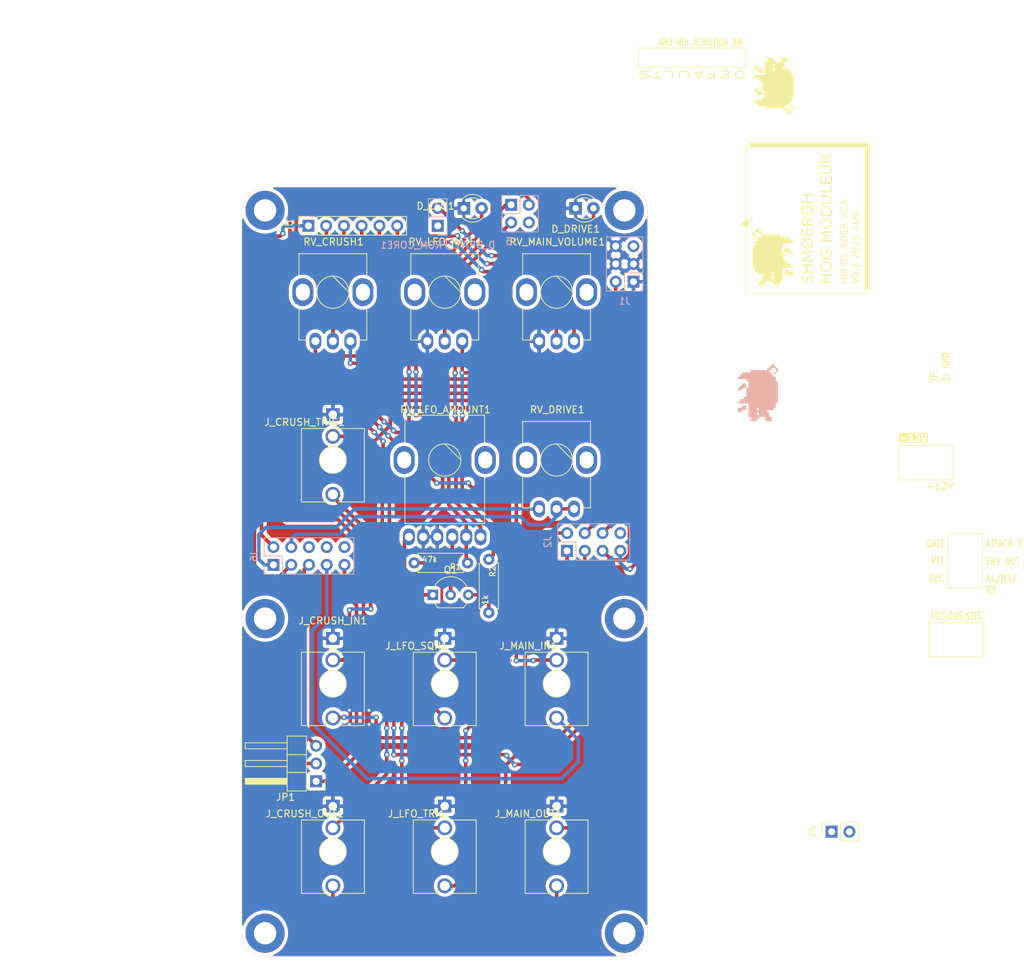
<source format=kicad_pcb>
(kicad_pcb (version 20241229) (generator "pcbnew") (generator_version "9.0")
  (layers (0 "F.Cu" signal) (2 "B.Cu" signal) (13 "F.Paste" user) (15 "B.Paste" user) (5 "F.SilkS" user "F.Silkscreen") (7 "B.SilkS" user "B.Silkscreen") (1 "F.Mask" user) (3 "B.Mask" user) (25 "Edge.Cuts" user))
  (net 0 "")
  (net 1 "DRIVE_LED_P")
  (net 2 "+12V")
  (net 3 "GND")
  (net 4 "-12V")
  (net 5 "Net-(D_LFO1-A)")
  (net 6 "RV_CRUSH_2")
  (net 7 "RV_CRUSH_1")
  (net 8 "CRUSH_OUT")
  (net 9 "CRUSH_IN")
  (net 10 "CRUSH_TRIG_DEFAULT")
  (net 12 "CRUSH_TRIG")
  (net 13 "RV_CRUSH_3")
  (net 14 "LFO_TRI")
  (net 15 "LFO_SQR")
  (net 16 "LFO_RATE")
  (net 18 "OUTPUT_OUT_DEFAULT")
  (net 19 "CRUSH_IN_DEFAULT")
  (net 20 "CRUSH_OUT_DEFAULT")
  (net 21 "LFO_SQR_DEFAULT")
  (net 22 "LFO_TRI_DEFAULT")
  (net 23 "OUTPUT_IN_DEFAULT")
  (net 24 "OUTPUT_LINE_OUT")
  (net 25 "OUTPUT_IN")
  (net 26 "OUTPUT_DRIVE_3")
  (net 27 "OUTPUT_DRIVE_1")
  (net 28 "OUTPUT_VOL_3")
  (net 30 "OUTPUT_PHONES_OUT")
  (net 31 "OUTPUT_VOL_2")
  (net 34 "OUTPUT_OUT")
  (net 35 "Net-(J_LFO_SQR1-PadT)")
  (net 36 "Net-(J_LFO_TRI1-PadT)")
  (net 37 "Net-(Q1-B)")
  (net 38 "Net-(Q1-C)")
  (footprint "Shmoergh_Custom_Footprints:Jack_3.5mm_QingPu_WQP-PJ398SM_Vertical_CircularHoles" (layer "F.Cu") (at 153 139)
    (property "Reference" "J_LFO_TRI1")
    (property "Value" "PJ398SM")
  )
  (footprint "MountingHole:MountingHole_3.2mm_M3_DIN965_Pad" (layer "F.Cu") (at 178.7 105.7)
    (property "Reference" "H6")
    (property "Value" "MountingHole")
  )
  (footprint "Shmoergh_Custom_Footprints:Potentiometer_Bourns_Single-PTV09A" (layer "F.Cu") (at 153 59)
    (property "Reference" "RV_LFO_RATE1")
    (property "Value" "A100k")
  )
  (footprint "Package_TO_SOT_THT:TO-92_Inline_Wide" (layer "F.Cu") (at 151.305 102.293)
    (property "Reference" "Q1")
    (property "Value" "2N3904")
  )
  (footprint "Shmoergh_Custom_Footprints:Jack_3.5mm_QingPu_WQP-PJ398SM_Vertical_CircularHoles" (layer "F.Cu") (at 137 139)
    (property "Reference" "J_CRUSH_OUT1")
    (property "Value" "PJ398SM")
  )
  (footprint "LED_THT:LED_D3.0mm" (layer "F.Cu") (at 171.73 47)
    (property "Reference" "D_DRIVE1")
    (property "Value" "Red LED")
  )
  (footprint "Connector_PinSocket_2.54mm:PinSocket_1x06_P2.54mm_Vertical" (layer "F.Cu") (at 133.5 49.5 90)
    (property "Reference" "J5")
    (property "Value" "Conn_01x06")
  )
  (footprint "Shmoergh_Logo:Gyeszno" (layer "F.Cu") (at 199.946 53.906 90)
    (property "Reference" "G***" (hide yes))
    (property "Value" "LOGO" (hide yes))
  )
  (footprint "Shmoergh_Custom_Footprints:Potentiometer_Bourns_Single-PTV09A" (layer "F.Cu") (at 137 59)
    (property "Reference" "RV_CRUSH1")
    (property "Value" "1M")
  )
  (footprint "Shmoergh_Custom_Footprints:Potentiometer_Bourns_Single-PTV09A" (layer "F.Cu") (at 169 59)
    (property "Reference" "RV_MAIN_VOLUME1")
    (property "Value" "A10k")
  )
  (footprint "MountingHole:MountingHole_3.2mm_M3_DIN965_Pad" (layer "F.Cu") (at 178.7 47.3)
    (property "Reference" "H2")
    (property "Value" "MountingHole")
  )
  (footprint "Shmoergh_Custom_Footprints:Potentiometer_Bourns_Dual-PTV112-4" (layer "F.Cu") (at 153 83)
    (property "Reference" "RV_LFO_AMOUNT1")
    (property "Value" "A20k")
  )
  (footprint "MountingHole:MountingHole_3.2mm_M3_DIN965_Pad" (layer "F.Cu") (at 178.7 150.7)
    (property "Reference" "H3")
    (property "Value" "MountingHole")
  )
  (footprint "Shmoergh_Custom_Footprints:Potentiometer_Bourns_Single-PTV09A" (layer "F.Cu") (at 169 83)
    (property "Reference" "RV_DRIVE1")
    (property "Value" "100k")
  )
  (footprint "Shmoergh_Custom_Footprints:Jack_3.5mm_QingPu_WQP-PJ398SM_Vertical_CircularHoles" (layer "F.Cu") (at 169 139)
    (property "Reference" "J_MAIN_OUT1")
    (property "Value" "PJ398SM")
  )
  (footprint "Connector_PinHeader_2.54mm:PinHeader_1x03_P2.54mm_Horizontal" (layer "F.Cu") (at 134.608 128.963 180)
    (property "Reference" "JP1")
    (property "Value" "Jumper_3_Open")
  )
  (footprint "MountingHole:MountingHole_3.2mm_M3_DIN965_Pad" (layer "F.Cu") (at 127.3 47.3)
    (property "Reference" "H1")
    (property "Value" "MountingHole")
  )
  (footprint "MountingHole:MountingHole_3.2mm_M3_DIN965_Pad" (layer "F.Cu") (at 127.3 150.7)
    (property "Reference" "H4")
    (property "Value" "MountingHole")
  )
  (footprint "Shmoergh_Custom_Footprints:R_Axial_DIN0207_L6.3mm_D2.5mm_P7.62mm_Horizontal" (layer "F.Cu") (at 159.306 97.213 -90)
    (property "Reference" "R2")
    (property "Value" "1k")
  )
  (footprint "Shmoergh_Custom_Footprints:Jack_3.5mm_QingPu_WQP-PJ398SM_Vertical_CircularHoles" (layer "F.Cu") (at 137 115)
    (property "Reference" "J_CRUSH_IN1")
    (property "Value" "PJ398SM")
  )
  (footprint "Shmoergh_Logo:Gyeszno" (layer "F.Cu") (at 200.073 29.522 -90)
    (property "Reference" "G***" (hide yes))
    (property "Value" "LOGO" (hide yes))
  )
  (footprint "LED_THT:LED_D3.0mm" (layer "F.Cu") (at 155.73 47)
    (property "Reference" "D_LFO1")
    (property "Value" "Red LED")
  )
  (footprint "Connector_PinSocket_2.54mm:PinSocket_1x02_P2.54mm_Vertical" (layer "F.Cu") (at 208.348 136.177 90)
    (property "Reference" "J4")
    (property "Value" "Conn_01x02")
  )
  (footprint "Shmoergh_Custom_Footprints:Jack_3.5mm_QingPu_WQP-PJ398SM_Vertical_CircularHoles" (layer "F.Cu") (at 137 83)
    (property "Reference" "J_CRUSH_TRIG1")
    (property "Value" "PJ398SM")
  )
  (footprint "Shmoergh_Custom_Footprints:R_Axial_DIN0207_L6.3mm_D2.5mm_P7.62mm_Horizontal" (layer "F.Cu") (at 156.258 97.721 180)
    (property "Reference" "R1")
    (property "Value" "47k")
  )
  (footprint "MountingHole:MountingHole_3.2mm_M3_DIN965_Pad" (layer "F.Cu") (at 127.3 105.7)
    (property "Reference" "H5")
    (property "Value" "MountingHole")
  )
  (footprint "Shmoergh_Custom_Footprints:Jack_3.5mm_QingPu_WQP-PJ398SM_Vertical_CircularHoles" (layer "F.Cu") (at 169 115)
    (property "Reference" "J_MAIN_IN1")
    (property "Value" "PJ398SM")
  )
  (footprint "Shmoergh_Custom_Footprints:Jack_3.5mm_QingPu_WQP-PJ398SM_Vertical_CircularHoles" (layer "F.Cu") (at 153 115)
    (property "Reference" "J_LFO_SQR1")
    (property "Value" "PJ398SM")
  )
  (footprint "Connector_PinSocket_2.54mm:PinSocket_1x02_P2.54mm_Vertical" (layer "B.Cu") (at 152 49.5)
    (property "Reference" "D_DRIVE_FROM_CORE1")
    (property "Value" "Red LED")
  )
  (footprint "Connector_PinSocket_2.54mm:PinSocket_2x04_P2.54mm_Vertical" (layer "B.Cu") (at 170.5 96 -90)
    (property "Reference" "J2")
    (property "Value" "Conn_02x04_Odd_Even")
  )
  (footprint "Connector_PinSocket_2.54mm:PinSocket_2x05_P2.54mm_Vertical" (layer "B.Cu") (at 128.5 98 -90)
    (property "Reference" "J6")
    (property "Value" "Conn_02x05_Odd_Even")
  )
  (footprint "Shmoergh_Logo:Gyeszno" (layer "B.Cu") (at 197.787 73.337 90)
    (property "Reference" "G***" (hide yes))
    (property "Value" "LOGO" (hide yes))
  )
  (footprint "Connector_PinSocket_2.54mm:PinSocket_2x03_P2.54mm_Vertical" (layer "B.Cu") (at 180 57.5)
    (property "Reference" "J1")
    (property "Value" "Conn_02x03_Odd_Even")
  )
  (footprint "Connector_PinSocket_2.54mm:PinSocket_2x02_P2.54mm_Vertical" (layer "B.Cu") (at 162.5 46.5 180)
    (property "Reference" "J3")
    (property "Value" "Conn_02x02_Odd_Even")
  )
  (gr_rect (start 217.98 80.8935) (end 225.727 85.8465) (stroke (width 0.1)) (fill no) (layer "F.SilkS"))
  (gr_rect (start 213.2175 38.16) (end 213.7085 58.603) (stroke (width 0.1)) (fill yes) (layer "F.SilkS"))
  (gr_line (start 197.0725 48.199) (end 196.0725 49.199) (stroke (width 0.1)) (layer "F.SilkS"))
  (gr_rect (start 224.965 93.53) (end 229.918 101.277) (stroke (width 0.1)) (fill no) (layer "F.SilkS"))
  (gr_rect (start 196.7325 37.66) (end 213.7085 38.16) (stroke (width 0.1)) (fill yes) (layer "F.SilkS"))
  (gr_rect (start 222.2345 106.23) (end 229.9815 111.183) (stroke (width 0.1)) (fill no) (layer "F.SilkS"))
  (gr_rect (start 196.0725 38.2215) (end 213.2175 59.1765) (stroke (width 0.1)) (fill no) (layer "F.SilkS"))
  (gr_rect (start 180.7055 24.061) (end 196.0725 26.855) (stroke (width 0.1)) (fill no) (layer "F.SilkS"))
  (gr_circle (center 196.0725 49.199) (end 195.5725 49.199) (stroke (width 0.1)) (fill yes) (layer "F.SilkS"))
  (gr_line (start 178.7 154) (end 127.3 154) (stroke (width 0.05)) (layer "Edge.Cuts"))
  (gr_arc (start 182 150.7) (mid 181.033452 153.033452) (end 178.7 154) (stroke (width 0.05)) (layer "Edge.Cuts"))
  (gr_line (start 182 47.3) (end 182 150.7) (stroke (width 0.05)) (layer "Edge.Cuts"))
  (gr_line (start 127.3 44) (end 178.7 44) (stroke (width 0.05)) (layer "Edge.Cuts"))
  (gr_line (start 124 150.7) (end 124 47.3) (stroke (width 0.05)) (layer "Edge.Cuts"))
  (gr_arc (start 124 47.3) (mid 124.966548 44.966548) (end 127.3 44) (stroke (width 0.05)) (layer "Edge.Cuts"))
  (gr_arc (start 127.3 154) (mid 124.966548 153.033452) (end 124 150.7) (stroke (width 0.05)) (layer "Edge.Cuts"))
  (gr_arc (start 178.7 44) (mid 181.033452 44.966548) (end 182 47.3) (stroke (width 0.05)) (layer "Edge.Cuts"))
  (gr_text "SHMØERGH \nHOG MODULEUR" (at 208.6455 57.9065 90) (layer "F.SilkS") (effects (font (size 1.6 1.6) (thickness 0.1)) (justify left bottom)))
  (gr_text "ATTACK 3" (at 230.299 95.562 0) (layer "F.SilkS") (effects (font (size 1 0.75) (thickness 0.17) (bold yes)) (justify left bottom)))
  (gr_text "DEFAULTS" (at 188.389 27.236 180) (layer "F.SilkS") (effects (font (size 1 2.2) (thickness 0.17) (bold yes)) (justify bottom)))
  (gr_text "-12V" (at 217.853 80.449 0) (layer "F.SilkS" knockout) (effects (font (size 1 1) (thickness 0.2) (bold yes)) (justify left bottom)))
  (gr_text "REL" (at 224.711 97.975 0) (layer "F.SilkS") (effects (font (size 1 0.75) (thickness 0.17) (bold yes)) (justify right bottom)))
  (gr_text "SU1" (at 223.5045 104.6425 180) (layer "F.SilkS") (effects (font (size 1 0.75) (thickness 0.17) (bold yes)) (justify bottom)))
  (gr_text "VIN" (at 186.992 22.537 180) (layer "F.SilkS") (effects (font (size 1 0.75) (thickness 0.17) (bold yes)) (justify bottom)))
  (gr_text "TP:\n2x GND" (at 225.219 71.94 90) (layer "F.SilkS") (effects (font (size 1 0.75) (thickness 0.17) (bold yes)) (justify left bottom)))
  (gr_text "SU2" (at 226.0445 104.6425 180) (layer "F.SilkS") (effects (font (size 1 0.75) (thickness 0.17) (bold yes)) (justify bottom)))
  (gr_text "+12V" (at 221.663 87.307 0) (layer "F.SilkS") (effects (font (size 1 1) (thickness 0.2) (bold yes)) (justify left bottom)))
  (gr_text "ENV" (at 184.579 22.537 180) (layer "F.SilkS") (effects (font (size 1 0.75) (thickness 0.17) (bold yes)) (justify bottom)))
  (gr_text "ENV OUT" (at 230.299 98.102 0) (layer "F.SilkS") (effects (font (size 1 0.75) (thickness 0.17) (bold yes)) (justify left bottom)))
  (gr_text "DEC" (at 224.584 100.515 0) (layer "F.SilkS") (effects (font (size 1 0.75) (thickness 0.17) (bold yes)) (justify right bottom)))
  (gr_text "SU3" (at 228.7115 104.6425 180) (layer "F.SilkS") (effects (font (size 1 0.75) (thickness 0.17) (bold yes)) (justify bottom)))
  (gr_text "A1/D3/\nR3" (at 230.299 102.166 0) (layer "F.SilkS") (effects (font (size 1 0.75) (thickness 0.17) (bold yes)) (justify left bottom)))
  (gr_text "NC" (at 194.739 22.537 180) (layer "F.SilkS") (effects (font (size 1 0.75) (thickness 0.17) (bold yes)) (justify bottom)))
  (gr_text "GATE" (at 224.711 95.562 0) (layer "F.SilkS") (effects (font (size 1 0.75) (thickness 0.17) (bold yes)) (justify right bottom)))
  (gr_text "VCV" (at 189.659 22.537 180) (layer "F.SilkS") (effects (font (size 1 0.75) (thickness 0.17) (bold yes)) (justify bottom)))
  (gr_text "HM-05 ADSR VCA\nV0.2 2025 AUG" (at 212.4555 57.9065 90) (layer "F.SilkS") (effects (font (size 1 1) (thickness 0.1)) (justify left bottom)))
  (gr_text "VOUT" (at 192.199 22.537 180) (layer "F.SilkS") (effects (font (size 1 0.75) (thickness 0.17) (bold yes)) (justify bottom)))
  (segment (start 162.481 111.691) (end 162.542 111.691) (width 0.2) (layer "F.Cu") (net 0))
  (segment (start 159.56 53.779) (end 159.687 53.779) (width 0.508) (layer "F.Cu") (net 1))
  (segment (start 159.687 53.779) (end 171.117 53.779) (width 0.508) (layer "F.Cu") (net 1))
  (segment (start 152.233 46.96) (end 155.496 50.223) (width 0.508) (layer "F.Cu") (net 1))
  (segment (start 171.117 53.779) (end 174.27 50.626) (width 0.508) (layer "F.Cu") (net 1))
  (segment (start 152 46.96) (end 152.233 46.96) (width 0.508) (layer "F.Cu") (net 1))
  (segment (start 174.27 50.626) (end 174.27 47) (width 0.508) (layer "F.Cu") (net 1))
  (via (at 155.496 50.223) (size 0.8) (drill 0.4) (layers "F.Cu" "B.Cu") (net 1))
  (via (at 159.687 53.779) (size 0.8) (drill 0.4) (layers "F.Cu" "B.Cu") (net 1))
  (segment (start 159.56 53.779) (end 159.052 53.779) (width 0.508) (layer "B.Cu") (net 1))
  (segment (start 159.052 53.779) (end 155.496 50.223) (width 0.508) (layer "B.Cu") (net 1))
  (segment (start 159.941 92.895) (end 159.941 93.657) (width 0.508) (layer "F.Cu") (net 2))
  (segment (start 177.46 66.613) (end 177.46 57.5) (width 0.508) (layer "F.Cu") (net 2))
  (segment (start 155.496 76.639) (end 155.496 88.45) (width 0.508) (layer "F.Cu") (net 2))
  (segment (start 155.5 69.142) (end 155.5 66) (width 0.508) (layer "F.Cu") (net 2))
  (segment (start 155.496 70.543) (end 155.496 69.146) (width 0.508) (layer "F.Cu") (net 2))
  (segment (start 155.496 70.543) (end 173.53 70.543) (width 0.508) (layer "F.Cu") (net 2))
  (segment (start 155.496 69.146) (end 155.5 69.142) (width 0.508) (layer "F.Cu") (net 2))
  (segment (start 159.306 97.213) (end 159.941 96.578) (width 0.508) (layer "F.Cu") (net 2))
  (segment (start 159.941 96.578) (end 159.941 93.657) (width 0.508) (layer "F.Cu") (net 2))
  (segment (start 173.53 70.543) (end 177.46 66.613) (width 0.508) (layer "F.Cu") (net 2))
  (segment (start 155.496 88.45) (end 159.941 92.895) (width 0.508) (layer "F.Cu") (net 2))
  (via (at 155.496 70.543) (size 0.8) (drill 0.4) (layers "F.Cu" "B.Cu") (net 2))
  (via (at 155.496 76.639) (size 0.8) (drill 0.4) (layers "F.Cu" "B.Cu") (net 2))
  (segment (start 155.496 70.543) (end 155.496 76.639) (width 0.508) (layer "B.Cu") (net 2))
  (segment (start 139.494 120.708) (end 139.367 120.835) (width 0.508) (layer "F.Cu") (net 3))
  (segment (start 139.367 118.803) (end 139.494 118.93) (width 0.508) (layer "F.Cu") (net 3))
  (segment (start 139.494 118.93) (end 139.494 120.708) (width 0.508) (layer "F.Cu") (net 3))
  (segment (start 142.161 118.803) (end 142.161 120.835) (width 0.508) (layer "F.Cu") (net 3))
  (via (at 142.161 118.803) (size 0.8) (drill 0.4) (layers "F.Cu" "B.Cu") (net 3))
  (via (at 139.367 118.803) (size 0.8) (drill 0.4) (layers "F.Cu" "B.Cu") (net 3))
  (via (at 139.367 120.835) (size 0.8) (drill 0.4) (layers "F.Cu" "B.Cu") (net 3))
  (via (at 142.161 120.835) (size 0.8) (drill 0.4) (layers "F.Cu" "B.Cu") (net 3))
  (segment (start 152.702 79.433) (end 152.702 88.831) (width 0.508) (layer "F.Cu") (net 5))
  (segment (start 146.225 92.26) (end 146.225 100.007) (width 0.508) (layer "F.Cu") (net 5))
  (segment (start 150.416 61.653) (end 151.813 60.256) (width 0.508) (layer "F.Cu") (net 5))
  (segment (start 148.511 102.293) (end 151.305 102.293) (width 0.508) (layer "F.Cu") (net 5))
  (segment (start 149.908 91.625) (end 146.86 91.625) (width 0.508) (layer "F.Cu") (net 5))
  (segment (start 158.27 48.973) (end 158.27 47) (width 0.508) (layer "F.Cu") (net 5))
  (segment (start 147.876 70.400003) (end 147.876 69.146) (width 0.508) (layer "F.Cu") (net 5))
  (segment (start 147.891997 77.670997) (end 148.13 77.909) (width 0.508) (layer "F.Cu") (net 5))
  (segment (start 149.527 61.653) (end 150.416 61.653) (width 0.508) (layer "F.Cu") (net 5))
  (segment (start 152.702 88.831) (end 149.908 91.625) (width 0.508) (layer "F.Cu") (net 5))
  (segment (start 151.178 77.909) (end 152.702 79.433) (width 0.508) (layer "F.Cu") (net 5))
  (segment (start 146.606 67.876) (end 146.606 64.574) (width 0.508) (layer "F.Cu") (net 5))
  (segment (start 151.813 60.256) (end 151.813 55.43) (width 0.508) (layer "F.Cu") (net 5))
  (segment (start 146.86 91.625) (end 146.225 92.26) (width 0.508) (layer "F.Cu") (net 5))
  (segment (start 147.876 69.146) (end 146.606 67.876) (width 0.508) (layer "F.Cu") (net 5))
  (segment (start 146.225 100.007) (end 148.511 102.293) (width 0.508) (layer "F.Cu") (net 5))
  (segment (start 146.606 64.574) (end 149.527 61.653) (width 0.508) (layer "F.Cu") (net 5))
  (segment (start 151.813 55.43) (end 158.27 48.973) (width 0.508) (layer "F.Cu") (net 5))
  (segment (start 147.891997 76.512) (end 147.891997 77.670997) (width 0.508) (layer "F.Cu") (net 5))
  (segment (start 148.13 77.909) (end 151.178 77.909) (width 0.508) (layer "F.Cu") (net 5))
  (segment (start 147.891997 70.416) (end 147.876 70.400003) (width 0.508) (layer "F.Cu") (net 5))
  (via (at 147.891997 70.416) (size 0.8) (drill 0.4) (layers "F.Cu" "B.Cu") (net 5))
  (via (at 147.891997 76.512) (size 0.8) (drill 0.4) (layers "F.Cu" "B.Cu") (net 5))
  (segment (start 147.891997 70.416) (end 147.891997 76.512) (width 0.508) (layer "B.Cu") (net 5))
  (segment (start 143.05 64.701) (end 143.05 70.416) (width 0.508) (layer "F.Cu") (net 6))
  (segment (start 143.05 70.416) (end 144.066 71.432) (width 0.508) (layer "F.Cu") (net 6))
  (segment (start 144.066 71.432) (end 174.165 71.432) (width 0.508) (layer "F.Cu") (net 6))
  (segment (start 137 64.401) (end 137.462 63.939) (width 0.508) (layer "F.Cu") (net 6))
  (segment (start 137.462 63.939) (end 142.288 63.939) (width 0.508) (layer "F.Cu") (net 6))
  (segment (start 137 66) (end 137 64.401) (width 0.508) (layer "F.Cu") (net 6))
  (segment (start 180.769 78.036) (end 180.769 97.34) (width 0.508) (layer "F.Cu") (net 6))
  (segment (start 142.288 63.939) (end 143.05 64.701) (width 0.508) (layer "F.Cu") (net 6))
  (segment (start 180.769 97.34) (end 179.499 98.61) (width 0.508) (layer "F.Cu") (net 6))
  (segment (start 174.165 71.432) (end 180.769 78.036) (width 0.508) (layer "F.Cu") (net 6))
  (via (at 179.499 98.61) (size 0.8) (drill 0.4) (layers "F.Cu" "B.Cu") (net 6))
  (segment (start 179.499 98.61) (end 178.991 98.61) (width 0.508) (layer "B.Cu") (net 6))
  (segment (start 178.102 96.018) (end 178.12 96) (width 0.508) (layer "B.Cu") (net 6))
  (segment (start 178.102 97.721) (end 178.102 96.018) (width 0.508) (layer "B.Cu") (net 6))
  (segment (start 178.991 98.61) (end 178.102 97.721) (width 0.508) (layer "B.Cu") (net 6))
  (segment (start 143.558 72.448) (end 142.161 71.051) (width 0.508) (layer "F.Cu") (net 7))
  (segment (start 178.660549 97.305) (end 179.425 96.540549) (width 0.508) (layer "F.Cu") (net 7))
  (segment (start 179.425 78.343) (end 173.53 72.448) (width 0.508) (layer "F.Cu") (net 7))
  (segment (start 175.58 96) (end 176.885 97.305) (width 0.508) (layer "F.Cu") (net 7))
  (segment (start 134.795 68.13) (end 134.5 67.835) (width 0.508) (layer "F.Cu") (net 7))
  (segment (start 141.018 68.13) (end 134.795 68.13) (width 0.508) (layer "F.Cu") (net 7))
  (segment (start 142.161 69.273) (end 141.018 68.13) (width 0.508) (layer "F.Cu") (net 7))
  (segment (start 176.885 97.305) (end 178.660549 97.305) (width 0.508) (layer "F.Cu") (net 7))
  (segment (start 142.161 71.051) (end 142.161 69.273) (width 0.508) (layer "F.Cu") (net 7))
  (segment (start 179.425 96.540549) (end 179.425 78.343) (width 0.508) (layer "F.Cu") (net 7))
  (segment (start 134.5 67.835) (end 134.5 66) (width 0.508) (layer "F.Cu") (net 7))
  (segment (start 173.53 72.448) (end 143.558 72.448) (width 0.508) (layer "F.Cu") (net 7))
  (segment (start 173.657 105.595) (end 170.5 102.438) (width 0.508) (layer "F.Cu") (net 8))
  (segment (start 173.657 118.295) (end 173.657 105.595) (width 0.508) (layer "F.Cu") (net 8))
  (segment (start 137.589 146.87) (end 158.798 146.87) (width 0.508) (layer "F.Cu") (net 8))
  (segment (start 158.798 146.87) (end 161.719 143.949) (width 0.508) (layer "F.Cu") (net 8))
  (segment (start 162.989 125.407) (end 166.545 125.407) (width 0.508) (layer "F.Cu") (net 8))
  (segment (start 161.719 143.949) (end 161.719 126.677) (width 0.508) (layer "F.Cu") (net 8))
  (segment (start 137 146.281) (end 137.589 146.87) (width 0.508) (layer "F.Cu") (net 8))
  (segment (start 161.719 126.677) (end 162.989 125.407) (width 0.508) (layer "F.Cu") (net 8))
  (segment (start 137 143.92) (end 137 146.281) (width 0.508) (layer "F.Cu") (net 8))
  (segment (start 166.545 125.407) (end 173.657 118.295) (width 0.508) (layer "F.Cu") (net 8))
  (segment (start 170.5 102.438) (end 170.5 96) (width 0.508) (layer "F.Cu") (net 8))
  (segment (start 161.973 122.74) (end 164.513 120.2) (width 0.508) (layer "F.Cu") (net 9))
  (segment (start 164.513 96.578) (end 167.631 93.46) (width 0.508) (layer "F.Cu") (net 9))
  (segment (start 167.631 93.46) (end 170.5 93.46) (width 0.508) (layer "F.Cu") (net 9))
  (segment (start 143.177 119.819) (end 143.177 122.105) (width 0.508) (layer "F.Cu") (net 9))
  (segment (start 137.101 119.819) (end 137 119.92) (width 0.508) (layer "F.Cu") (net 9))
  (segment (start 143.812 122.74) (end 161.973 122.74) (width 0.508) (layer "F.Cu") (net 9))
  (segment (start 164.513 120.2) (end 164.513 96.578) (width 0.508) (layer "F.Cu") (net 9))
  (segment (start 143.177 122.105) (end 143.812 122.74) (width 0.508) (layer "F.Cu") (net 9))
  (segment (start 138.605 119.819) (end 137.101 119.819) (width 0.508) (layer "F.Cu") (net 9))
  (via (at 143.177 119.819) (size 0.8) (drill 0.4) (layers "F.Cu" "B.Cu") (net 9))
  (via (at 138.605 119.819) (size 0.8) (drill 0.4) (layers "F.Cu" "B.Cu") (net 9))
  (segment (start 143.177 119.819) (end 138.605 119.819) (width 0.508) (layer "B.Cu") (net 9))
  (segment (start 146.86 74.48) (end 147.114 74.48) (width 0.508) (layer "F.Cu") (net 10))
  (segment (start 172.514 74.48) (end 177.086 79.052) (width 0.508) (layer "F.Cu") (net 10))
  (segment (start 141.653 81.592) (end 145.209 78.036) (width 0.508) (layer "F.Cu") (net 10))
  (segment (start 147.114 74.48) (end 172.514 74.48) (width 0.508) (layer "F.Cu") (net 10))
  (segment (start 177.086 89.414) (end 173.04 93.46) (width 0.508) (layer "F.Cu") (net 10))
  (segment (start 145.209 76.131) (end 146.86 74.48) (width 0.508) (layer "F.Cu") (net 10))
  (segment (start 138.538 79.62) (end 140.51 81.592) (width 0.508) (layer "F.Cu") (net 10))
  (segment (start 140.51 81.592) (end 141.653 81.592) (width 0.508) (layer "F.Cu") (net 10))
  (segment (start 177.086 79.052) (end 177.086 89.414) (width 0.508) (layer "F.Cu") (net 10))
  (segment (start 145.209 78.036) (end 145.209 76.131) (width 0.508) (layer "F.Cu") (net 10))
  (segment (start 137 79.62) (end 138.538 79.62) (width 0.508) (layer "F.Cu") (net 10))
  (segment (start 145.717 103.563) (end 145.717 121.343) (width 0.508) (layer "F.Cu") (net 12))
  (segment (start 163.02137 126.58237) (end 163.05374 126.55) (width 0.508) (layer "F.Cu") (net 12))
  (segment (start 143.05 94.292) (end 143.05 100.896) (width 0.508) (layer "F.Cu") (net 12))
  (segment (start 137 88.242) (end 143.05 94.292) (width 0.508) (layer "F.Cu") (net 12))
  (segment (start 174.8 105.087) (end 173.022 103.309) (width 0.508) (layer "F.Cu") (net 12))
  (segment (start 163.05374 126.55) (end 166.926 126.55) (width 0.508) (layer "F.Cu") (net 12))
  (segment (start 137 87.92) (end 137 88.242) (width 0.508) (layer "F.Cu") (net 12))
  (segment (start 161.846 125.28) (end 161.719 125.153) (width 0.508) (layer "F.Cu") (net 12))
  (segment (start 161.719 125.153) (end 145.717 125.153) (width 0.508) (layer "F.Cu") (net 12))
  (segment (start 166.926 126.55) (end 174.8 118.676) (width 0.508) (layer "F.Cu") (net 12))
  (segment (start 174.8 118.676) (end 174.8 105.087) (width 0.508) (layer "F.Cu") (net 12))
  (segment (start 143.05 100.896) (end 145.717 103.563) (width 0.508) (layer "F.Cu") (net 12))
  (segment (start 173.04 103.291) (end 173.04 96) (width 0.508) (layer "F.Cu") (net 12))
  (segment (start 173.022 103.309) (end 173.04 103.291) (width 0.508) (layer "F.Cu") (net 12))
  (via (at 145.717 121.343) (size 0.8) (drill 0.4) (layers "F.Cu" "B.Cu") (net 12))
  (via (at 163.02137 126.58237) (size 0.8) (drill 0.4) (layers "F.Cu" "B.Cu") (net 12))
  (via (at 145.717 125.153) (size 0.8) (drill 0.4) (layers "F.Cu" "B.Cu") (net 12))
  (via (at 161.846 125.28) (size 0.8) (drill 0.4) (layers "F.Cu" "B.Cu") (net 12))
  (segment (start 161.846 125.407) (end 161.846 125.28) (width 0.508) (layer "B.Cu") (net 12))
  (segment (start 145.717 125.153) (end 145.717 121.343) (width 0.508) (layer "B.Cu") (net 12))
  (segment (start 163.02137 126.58237) (end 161.846 125.407) (width 0.508) (layer "B.Cu") (net 12))
  (segment (start 178.229 90.811) (end 178.229 78.671) (width 0.508) (layer "F.Cu") (net 13))
  (segment (start 141.272 71.686) (end 141.272 69.781) (width 0.508) (layer "F.Cu") (net 13))
  (segment (start 143.05 73.464) (end 141.272 71.686) (width 0.508) (layer "F.Cu") (net 13))
  (segment (start 141.272 69.781) (end 140.637 69.146) (width 0.508) (layer "F.Cu") (net 13))
  (segment (start 178.229 78.671) (end 173.022 73.464) (width 0.508) (layer "F.Cu") (net 13))
  (segment (start 140.637 69.146) (end 139.494 69.146) (width 0.508) (layer "F.Cu") (net 13))
  (segment (start 173.022 73.464) (end 143.05 73.464) (width 0.508) (layer "F.Cu") (net 13))
  (segment (start 175.58 93.46) (end 178.229 90.811) (width 0.508) (layer "F.Cu") (net 13))
  (via (at 139.494 69.146) (size 0.8) (drill 0.4) (layers "F.Cu" "B.Cu") (net 13))
  (segment (start 139.494 69.146) (end 139.494 66.006) (width 0.508) (layer "B.Cu") (net 13))
  (segment (start 139.494 66.006) (end 139.5 66) (width 0.508) (layer "B.Cu") (net 13))
  (segment (start 152.829 55.938) (end 159.814 48.953) (width 0.508) (layer "F.Cu") (net 14))
  (segment (start 153.591 89.466) (end 156.075 91.95) (width 0.508) (layer "F.Cu") (net 14))
  (segment (start 148.892 70.416) (end 148.892 68.892) (width 0.508) (layer "F.Cu") (net 14))
  (segment (start 156.075 97.538) (end 156.258 97.721) (width 0.508) (layer "F.Cu") (net 14))
  (segment (start 163.878 44.508) (end 165.04 45.67) (width 0.508) (layer "F.Cu") (net 14))
  (segment (start 148.892 76.512) (end 151.305 76.512) (width 0.508) (layer "F.Cu") (net 14))
  (segment (start 160.957 44.508) (end 163.878 44.508) (width 0.508) (layer "F.Cu") (net 14))
  (segment (start 150.122322 62.468) (end 151.252 62.468) (width 0.508) (layer "F.Cu") (net 14))
  (segment (start 156.075 91.95) (end 156.075 94) (width 0.508) (layer "F.Cu") (net 14))
  (segment (start 159.814 48.953) (end 159.814 45.651) (width 0.508) (layer "F.Cu") (net 14))
  (segment (start 151.252 62.468) (end 152.829 60.891) (width 0.508) (layer "F.Cu") (net 14))
  (segment (start 156.075 94) (end 156.075 97.538) (width 0.508) (layer "F.Cu") (net 14))
  (segment (start 159.814 45.651) (end 160.957 44.508) (width 0.508) (layer "F.Cu") (net 14))
  (segment (start 152.829 60.891) (end 152.829 55.938) (width 0.508) (layer "F.Cu") (net 14))
  (segment (start 147.495 65.095322) (end 150.122322 62.468) (width 0.508) (layer "F.Cu") (net 14))
  (segment (start 165.04 45.67) (end 165.04 46.5) (width 0.508) (layer "F.Cu") (net 14))
  (segment (start 153.591 78.798) (end 153.591 89.466) (width 0.508) (layer "F.Cu") (net 14))
  (segment (start 148.892 68.892) (end 147.495 67.495) (width 0.508) (layer "F.Cu") (net 14))
  (segment (start 147.495 67.495) (end 147.495 65.095322) (width 0.508) (layer "F.Cu") (net 14))
  (segment (start 151.305 76.512) (end 153.591 78.798) (width 0.508) (layer "F.Cu") (net 14))
  (via (at 148.892 76.512) (size 0.8) (drill 0.4) (layers "F.Cu" "B.Cu") (net 14))
  (via (at 148.892 70.416) (size 0.8) (drill 0.4) (layers "F.Cu" "B.Cu") (net 14))
  (segment (start 148.892 70.416) (end 148.892 76.512) (width 0.508) (layer "B.Cu") (net 14))
  (segment (start 150.289 69.146) (end 148.511 67.368) (width 0.508) (layer "F.Cu") (net 15))
  (segment (start 150.797 63.177) (end 151.813 63.177) (width 0.508) (layer "F.Cu") (net 15))
  (segment (start 153.972 69.146) (end 150.289 69.146) (width 0.508) (layer "F.Cu") (net 15))
  (segment (start 153.845 56.319) (end 160.957 49.207) (width 0.508) (layer "F.Cu") (net 15))
  (segment (start 154.607 89.085) (end 158.125 92.603) (width 0.508) (layer "F.Cu") (net 15))
  (segment (start 158.125 92.603) (end 158.125 94) (width 0.508) (layer "F.Cu") (net 15))
  (segment (start 160.957 47.302) (end 161.719 46.54) (width 0.508) (layer "F.Cu") (net 15))
  (segment (start 148.511 65.463) (end 150.797 63.177) (width 0.508) (layer "F.Cu") (net 15))
  (segment (start 153.845 61.145) (end 153.845 56.319) (width 0.508) (layer "F.Cu") (net 15))
  (segment (start 154.607 76.766) (end 154.607 89.085) (width 0.508) (layer "F.Cu") (net 15))
  (segment (start 154.48 70.543) (end 154.48 69.654) (width 0.508) (layer "F.Cu") (net 15))
  (segment (start 154.48 76.639) (end 154.607 76.766) (width 0.508) (layer "F.Cu") (net 15))
  (segment (start 148.511 67.368) (end 148.511 65.463) (width 0.508) (layer "F.Cu") (net 15))
  (segment (start 154.48 69.654) (end 153.972 69.146) (width 0.508) (layer "F.Cu") (net 15))
  (segment (start 161.719 46.54) (end 162.46 46.54) (width 0.508) (layer "F.Cu") (net 15))
  (segment (start 162.46 46.54) (end 162.5 46.5) (width 0.508) (layer "F.Cu") (net 15))
  (segment (start 151.813 63.177) (end 153.845 61.145) (width 0.508) (layer "F.Cu") (net 15))
  (segment (start 160.957 49.207) (end 160.957 47.302) (width 0.508) (layer "F.Cu") (net 15))
  (via (at 154.48 70.543) (size 0.8) (drill 0.4) (layers "F.Cu" "B.Cu") (net 15))
  (via (at 154.48 76.639) (size 0.8) (drill 0.4) (layers "F.Cu" "B.Cu") (net 15))
  (segment (start 154.48 76.639) (end 154.48 70.543) (width 0.508) (layer "B.Cu") (net 15))
  (segment (start 153 63.387) (end 154.861 61.526) (width 0.508) (layer "F.Cu") (net 16))
  (segment (start 154.861 56.679) (end 162.5 49.04) (width 0.508) (layer "F.Cu") (net 16))
  (segment (start 154.861 61.526) (end 154.861 56.679) (width 0.508) (layer "F.Cu") (net 16))
  (segment (start 153 66) (end 153 63.387) (width 0.508) (layer "F.Cu") (net 16))
  (segment (start 172.895 145.346) (end 167.18 151.061) (width 0.508) (layer "F.Cu") (net 18))
  (segment (start 169 135.62) (end 171.678 135.62) (width 0.508) (layer "F.Cu") (net 18))
  (segment (start 128.572 118.168) (end 131.493 115.247) (width 0.508) (layer "F.Cu") (net 18))
  (segment (start 124.762 99.88) (end 124.762 53.271) (width 0.508) (layer "F.Cu") (net 18))
  (segment (start 133.525 151.061) (end 128.572 146.108) (width 0.508) (layer "F.Cu") (net 18))
  (segment (start 128.572 146.108) (end 128.572 118.168) (width 0.508) (layer "F.Cu") (net 18))
  (segment (start 131.493 103.563) (end 128.826 100.896) (width 0.508) (layer "F.Cu") (net 18))
  (segment (start 131.493 115.247) (end 131.493 103.563) (width 0.508) (layer "F.Cu") (net 18))
  (segment (start 125.778 100.896) (end 124.762 99.88) (width 0.508) (layer "F.Cu") (net 18))
  (segment (start 124.762 53.271) (end 127.048 50.985) (width 0.508) (layer "F.Cu") (net 18))
  (segment (start 127.048 50.985) (end 129.461 50.985) (width 0.508) (layer "F.Cu") (net 18))
  (segment (start 171.678 135.62) (end 172.895 136.837) (width 0.508) (layer "F.Cu") (net 18))
  (segment (start 167.18 151.061) (end 133.525 151.061) (width 0.508) (layer "F.Cu") (net 18))
  (segment (start 172.895 136.837) (end 172.895 145.346) (width 0.508) (layer "F.Cu") (net 18))
  (segment (start 128.826 100.896) (end 125.778 100.896) (width 0.508) (layer "F.Cu") (net 18))
  (segment (start 129.461 50.985) (end 129.842 50.604) (width 0.508) (layer "F.Cu") (net 18))
  (via (at 129.842 50.604) (size 0.8) (drill 0.4) (layers "F.Cu" "B.Cu") (net 18))
  (segment (start 133.5 49.5) (end 130.184 49.5) (width 0.508) (layer "B.Cu") (net 18))
  (segment (start 130.184 49.5) (end 129.842 49.842) (width 0.508) (layer "B.Cu") (net 18))
  (segment (start 129.842 49.842) (end 129.842 50.604) (width 0.508) (layer "B.Cu") (net 18))
  (segment (start 137.734 91.516) (end 130.495 91.516) (width 0.508) (layer "F.Cu") (net 19))
  (segment (start 128.191 89.212) (end 128.191 56.065) (width 0.508) (layer "F.Cu") (net 19))
  (segment (start 140.764 101.372847) (end 140.764 94.546) (width 0.508) (layer "F.Cu") (net 19))
  (segment (start 130.35 53.906) (end 134.287 53.906) (width 0.508) (layer "F.Cu") (net 19))
  (segment (start 139.367 104.487) (end 139.367 110.675) (width 0.508) (layer "F.Cu") (net 19))
  (segment (start 138.422 111.62) (end 137 111.62) (width 0.508) (layer "F.Cu") (net 19))
  (segment (start 136.065 52.128) (end 136.065 49.525) (width 0.508) (layer "F.Cu") (net 19))
  (segment (start 142.415 104.325) (end 142.415 103.023847) (width 0.508) (layer "F.Cu") (net 19))
  (segment (start 142.415 103.023847) (end 140.764 101.372847) (width 0.508) (layer "F.Cu") (net 19))
  (segment (start 140.764 94.546) (end 137.734 91.516) (width 0.508) (layer "F.Cu") (net 19))
  (segment (start 130.495 91.516) (end 128.191 89.212) (width 0.508) (layer "F.Cu") (net 19))
  (segment (start 139.367 110.675) (end 138.422 111.62) (width 0.508) (layer "F.Cu") (net 19))
  (segment (start 128.191 56.065) (end 130.35 53.906) (width 0.508) (layer "F.Cu") (net 19))
  (segment (start 136.065 49.525) (end 136.04 49.5) (width 0.508) (layer "F.Cu") (net 19))
  (segment (start 134.287 53.906) (end 136.065 52.128) (width 0.508) (layer "F.Cu") (net 19))
  (via (at 139.367 104.487) (size 0.8) (drill 0.4) (layers "F.Cu" "B.Cu") (net 19))
  (via (at 142.415 104.325) (size 0.8) (drill 0.4) (layers "F.Cu" "B.Cu") (net 19))
  (segment (start 139.529 104.325) (end 142.415 104.325) (width 0.508) (layer "B.Cu") (net 19))
  (segment (start 139.367 104.487) (end 139.529 104.325) (width 0.508) (layer "B.Cu") (net 19))
  (segment (start 136.065 54.922) (end 138.58 52.407) (width 0.508) (layer "F.Cu") (net 20))
  (segment (start 137 135.62) (end 144.701 127.919) (width 0.508) (layer "F.Cu") (net 20))
  (segment (start 131.165 90.662) (end 129.207 88.704) (width 0.508) (layer "F.Cu") (net 20))
  (segment (start 141.907 94.419) (end 138.15 90.662) (width 0.508) (layer "F.Cu") (net 20))
  (segment (start 129.207 88.704) (end 129.207 56.7) (width 0.508) (layer "F.Cu") (net 20))
  (segment (start 138.15 90.662) (end 131.165 90.662) (width 0.508) (layer "F.Cu") (net 20))
  (segment (start 144.701 121.343) (end 144.701 103.944) (width 0.508) (layer "F.Cu") (net 20))
  (segment (start 129.207 56.7) (end 130.985 54.922) (width 0.508) (layer "F.Cu") (net 20))
  (segment (start 138.58 52.407) (end 138.58 49.5) (width 0.508) (layer "F.Cu") (net 20))
  (segment (start 130.985 54.922) (end 136.065 54.922) (width 0.508) (layer "F.Cu") (net 20))
  (segment (start 141.907 101.15) (end 141.907 94.419) (width 0.508) (layer "F.Cu") (net 20))
  (segment (start 144.701 127.919) (end 144.701 125.153) (width 0.508) (layer "F.Cu") (net 20))
  (segment (start 144.701 103.944) (end 141.907 101.15) (width 0.508) (layer "F.Cu") (net 20))
  (via (at 144.701 121.343) (size 0.8) (drill 0.4) (layers "F.Cu" "B.Cu") (net 20))
  (via (at 144.701 125.153) (size 0.8) (drill 0.4) (layers "F.Cu" "B.Cu") (net 20))
  (segment (start 144.701 125.153) (end 144.701 121.343) (width 0.508) (layer "B.Cu") (net 20))
  (segment (start 149.654 81.846) (end 149.654 86.037) (width 0.508) (layer "F.Cu") (net 21))
  (segment (start 148.003 80.195) (end 149.654 81.846) (width 0.508) (layer "F.Cu") (net 21))
  (segment (start 145.57859 80.195) (end 148.003 80.195) (width 0.508) (layer "F.Cu") (net 21))
  (segment (start 148.257 119.819) (end 149.908 121.47) (width 0.508) (layer "F.Cu") (net 21))
  (segment (start 144.701 60.383) (end 144.701 54.287) (width 0.508) (layer "F.Cu") (net 21))
  (segment (start 145.082 87.942) (end 145.082 100.261) (width 0.508) (layer "F.Cu") (net 21))
  (segment (start 149.654 86.037) (end 148.257 87.434) (width 0.508) (layer "F.Cu") (net 21))
  (segment (start 154.48 121.47) (end 156.512 119.438) (width 0.508) (layer "F.Cu") (net 21))
  (segment (start 154.917 111.62) (end 153 111.62) (width 0.508) (layer "F.Cu") (net 21))
  (segment (start 143.66 53.246) (end 143.66 49.5) (width 0.508) (layer "F.Cu") (net 21))
  (segment (start 148.257 103.436) (end 148.257 119.819) (width 0.508) (layer "F.Cu") (net 21))
  (segment (start 143.177 61.907) (end 144.701 60.383) (width 0.508) (layer "F.Cu") (net 21))
  (segment (start 145.082 100.261) (end 148.257 103.436) (width 0.508) (layer "F.Cu") (net 21))
  (segment (start 149.908 121.47) (end 154.48 121.47) (width 0.508) (layer "F.Cu") (net 21))
  (segment (start 156.512 113.215) (end 154.917 111.62) (width 0.508) (layer "F.Cu") (net 21))
  (segment (start 148.257 87.434) (end 145.59 87.434) (width 0.508) (layer "F.Cu") (net 21))
  (segment (start 145.59 87.434) (end 145.082 87.942) (width 0.508) (layer "F.Cu") (net 21))
  (segment (start 143.679814 78.296223) (end 138.085591 72.702) (width 0.508) (layer "F.Cu") (net 21))
  (segment (start 138.085591 72.702) (end 134.541 72.702) (width 0.508) (layer "F.Cu") (net 21))
  (segment (start 156.512 119.438) (end 156.512 113.215) (width 0.508) (layer "F.Cu") (net 21))
  (segment (start 144.701 54.287) (end 143.66 53.246) (width 0.508) (layer "F.Cu") (net 21))
  (segment (start 134.541 72.702) (end 131.366 69.527) (width 0.508) (layer "F.Cu") (net 21))
  (segment (start 131.366 64.701) (end 134.16 61.907) (width 0.508) (layer "F.Cu") (net 21))
  (segment (start 134.16 61.907) (end 143.177 61.907) (width 0.508) (layer "F.Cu") (net 21))
  (segment (start 144.918165 79.534575) (end 145.57859 80.195) (width 0.508) (layer "F.Cu") (net 21))
  (segment (start 131.366 69.527) (end 131.366 64.701) (width 0.508) (layer "F.Cu") (net 21))
  (via (at 144.918165 79.534575) (size 0.8) (drill 0.4) (layers "F.Cu" "B.Cu") (net 21))
  (via (at 143.679814 78.296223) (size 0.8) (drill 0.4) (layers "F.Cu" "B.Cu") (net 21))
  (segment (start 144.918165 79.534575) (end 143.679814 78.296223) (width 0.508) (layer "B.Cu") (net 21))
  (segment (start 144.066 82.608) (end 144.066 100.642) (width 0.508) (layer "F.Cu") (net 22))
  (segment (start 131.62 55.938) (end 138.478 55.938) (width 0.508) (layer "F.Cu") (net 22))
  (segment (start 130.223 57.335) (end 131.62 55.938) (width 0.508) (layer "F.Cu") (net 22))
  (segment (start 141.145 53.271) (end 141.12 53.246) (width 0.508) (layer "F.Cu") (net 22))
  (segment (start 141.12 53.246) (end 141.12 49.5) (width 0.508) (layer "F.Cu") (net 22))
  (segment (start 142.923 79.052) (end 137.716 73.845) (width 0.508) (layer "F.Cu") (net 22))
  (segment (start 144.066 100.642) (end 146.86 103.436) (width 0.508) (layer "F.Cu") (net 22))
  (segment (start 134.033 73.845) (end 130.223 70.035) (width 0.508) (layer "F.Cu") (net 22))
  (segment (start 153 135.62) (end 149.961 135.62) (width 0.508) (layer "F.Cu") (net 22))
  (segment (start 149.961 135.62) (end 149.146 134.805) (width 0.508) (layer "F.Cu") (net 22))
  (segment (start 137.716 73.845) (end 134.033 73.845) (width 0.508) (layer "F.Cu") (net 22))
  (segment (start 149.146 134.805) (end 146.86 132.519) (width 0.508) (layer "F.Cu") (net 22))
  (segment (start 146.86 103.436) (end 146.86 121.343) (width 0.508) (layer "F.Cu") (net 22))
  (segment (start 130.223 70.035) (end 130.223 57.335) (width 0.508) (layer "F.Cu") (net 22))
  (segment (start 138.478 55.938) (end 141.145 53.271) (width 0.508) (layer "F.Cu") (net 22))
  (segment (start 144.193 82.481) (end 144.066 82.608) (width 0.508) (layer "F.Cu") (net 22))
  (segment (start 146.86 132.519) (end 146.86 126.007) (width 0.508) (layer "F.Cu") (net 22))
  (segment (start 144.193 80.322) (end 144.193 82.481) (width 0.508) (layer "F.Cu") (net 22))
  (via (at 146.86 126.007) (size 0.8) (drill 0.4) (layers "F.Cu" "B.Cu") (net 22))
  (via (at 144.193 80.322) (size 0.8) (drill 0.4) (layers "F.Cu" "B.Cu") (net 22))
  (via (at 142.923 79.052) (size 0.8) (drill 0.4) (layers "F.Cu" "B.Cu") (net 22))
  (via (at 146.86 121.343) (size 0.8) (drill 0.4) (layers "F.Cu" "B.Cu") (net 22))
  (segment (start 146.86 126.007) (end 146.86 121.343) (width 0.508) (layer "B.Cu") (net 22))
  (segment (start 144.193 80.322) (end 142.923 79.052) (width 0.508) (layer "B.Cu") (net 22))
  (segment (start 148.384 79.052) (end 150.903278 81.571278) (width 0.508) (layer "F.Cu") (net 23))
  (segment (start 156.385 86.418) (end 157.219527 87.252527) (width 0.508) (layer "F.Cu") (net 23))
  (segment (start 146.225 61.272) (end 146.225 49.525) (width 0.508) (layer "F.Cu") (net 23))
  (segment (start 134.541 63.05) (end 144.447 63.05) (width 0.508) (layer "F.Cu") (net 23))
  (segment (start 142.500432 75.708432) (end 142.487109 75.708432) (width 0.508) (layer "F.Cu") (net 23))
  (segment (start 134.668 71.432) (end 132.382 69.146) (width 0.508) (layer "F.Cu") (net 23))
  (segment (start 150.903278 85.346278) (end 151.848 86.291) (width 0.508) (layer "F.Cu") (net 23))
  (segment (start 132.382 65.209) (end 134.541 63.05) (width 0.508) (layer "F.Cu") (net 23))
  (segment (start 132.382 69.146) (end 132.382 65.209) (width 0.508) (layer "F.Cu") (net 23))
  (segment (start 150.903278 81.571278) (end 150.903278 85.346278) (width 0.508) (layer "F.Cu") (net 23))
  (segment (start 144.32 77.528) (end 142.500432 75.708432) (width 0.508) (layer "F.Cu") (net 23))
  (segment (start 163.243 88.577) (end 163.243 111.691) (width 0.508) (layer "F.Cu") (net 23))
  (segment (start 156.385 86.291) (end 156.385 86.418) (width 0.508) (layer "F.Cu") (net 23))
  (segment (start 161.918527 87.252527) (end 163.243 88.577) (width 0.508) (layer "F.Cu") (net 23))
  (segment (start 142.487109 75.708432) (end 138.210677 71.432) (width 0.508) (layer "F.Cu") (net 23))
  (segment (start 145.93208 79.052) (end 148.384 79.052) (width 0.508) (layer "F.Cu") (net 23))
  (segment (start 169 111.62) (end 165.727 111.62) (width 0.508) (layer "F.Cu") (net 23))
  (segment (start 144.447 63.05) (end 146.225 61.272) (width 0.508) (layer "F.Cu") (net 23))
  (segment (start 146.225 49.525) (end 146.2 49.5) (width 0.508) (layer "F.Cu") (net 23))
  (segment (start 145.66641 78.78633) (end 145.93208 79.052) (width 0.508) (layer "F.Cu") (net 23))
  (segment (start 157.219527 87.252527) (end 161.918527 87.252527) (width 0.508) (layer "F.Cu") (net 23))
  (segment (start 138.210677 71.432) (end 134.668 71.432) (width 0.508) (layer "F.Cu") (net 23))
  (segment (start 165.727 111.62) (end 165.656 111.691) (width 0.508) (layer "F.Cu") (net 23))
  (via (at 156.385 86.291) (size 0.8) (drill 0.4) (layers "F.Cu" "B.Cu") (net 23))
  (via (at 145.66641 78.78633) (size 0.8) (drill 0.4) (layers "F.Cu" "B.Cu") (net 23))
  (via (at 144.32 77.528) (size 0.8) (drill 0.4) (layers "F.Cu" "B.Cu") (net 23))
  (via (at 151.848 86.291) (size 0.8) (drill 0.4) (layers "F.Cu" "B.Cu") (net 23))
  (via (at 165.656 111.691) (size 0.8) (drill 0.4) (layers "F.Cu" "B.Cu") (net 23))
  (via (at 163.243 111.691) (size 0.8) (drill 0.4) (layers "F.Cu" "B.Cu") (net 23))
  (segment (start 165.656 111.691) (end 163.243 111.691) (width 0.508) (layer "B.Cu") (net 23))
  (segment (start 145.66641 78.74741) (end 144.447 77.528) (width 0.508) (layer "B.Cu") (net 23))
  (segment (start 145.66641 78.78633) (end 145.66641 78.74741) (width 0.508) (layer "B.Cu") (net 23))
  (segment (start 156.385 86.291) (end 151.848 86.291) (width 0.508) (layer "B.Cu") (net 23))
  (segment (start 144.447 77.528) (end 144.32 77.528) (width 0.508) (layer "B.Cu") (net 23))
  (segment (start 140.383 125.28) (end 140.383 103.817) (width 0.508) (layer "F.Cu") (net 24))
  (segment (start 134.608 128.963) (end 136.7 128.963) (width 0.508) (layer "F.Cu") (net 24))
  (segment (start 138.66 102.094) (end 138.66 98) (width 0.508) (layer "F.Cu") (net 24))
  (segment (start 136.7 128.963) (end 140.383 125.28) (width 0.508) (layer "F.Cu") (net 24))
  (segment (start 140.383 103.817) (end 138.66 102.094) (width 0.508) (layer "F.Cu") (net 24))
  (segment (start 136.12 98) (end 136.12 105.286) (width 0.508) (layer "B.Cu") (net 25))
  (segment (start 172.133 126.169) (end 172.133 123.053) (width 0.508) (layer "B.Cu") (net 25))
  (segment (start 134.033 107.373) (end 134.033 120.708) (width 0.508) (layer "B.Cu") (net 25))
  (segment (start 136.12 105.286) (end 134.033 107.373) (width 0.508) (layer "B.Cu") (net 25))
  (segment (start 141.907 128.582) (end 169.72 128.582) (width 0.508) (layer "B.Cu") (net 25))
  (segment (start 134.033 120.708) (end 141.907 128.582) (width 0.508) (layer "B.Cu") (net 25))
  (segment (start 169.72 128.582) (end 172.133 126.169) (width 0.508) (layer "B.Cu") (net 25))
  (segment (start 172.133 123.053) (end 169 119.92) (width 0.508) (layer "B.Cu") (net 25))
  (segment (start 169 90) (end 171.5 90) (width 0.508) (layer "F.Cu") (net 26))
  (segment (start 140.383 91.117) (end 163.878 91.117) (width 0.508) (layer "B.Cu") (net 26))
  (segment (start 163.878 91.117) (end 165.021 92.26) (width 0.508) (layer "B.Cu") (net 26))
  (segment (start 167.815 92.26) (end 169 91.075) (width 0.508) (layer "B.Cu") (net 26))
  (segment (start 131.04 95.46) (end 131.04 94.237) (width 0.508) (layer "B.Cu") (net 26))
  (segment (start 131.62 93.657) (end 137.843 93.657) (width 0.508) (layer "B.Cu") (net 26))
  (segment (start 169 91.075) (end 169 90) (width 0.508) (layer "B.Cu") (net 26))
  (segment (start 137.843 93.657) (end 140.383 91.117) (width 0.508) (layer "B.Cu") (net 26))
  (segment (start 131.04 94.237) (end 131.62 93.657) (width 0.508) (layer "B.Cu") (net 26))
  (segment (start 165.021 92.26) (end 167.815 92.26) (width 0.508) (layer "B.Cu") (net 26))
  (segment (start 126.413 93.657) (end 126.413 97.213) (width 0.508) (layer "B.Cu") (net 27))
  (segment (start 137.462 92.641) (end 127.429 92.641) (width 0.508) (layer "B.Cu") (net 27))
  (segment (start 127.429 92.641) (end 126.413 93.657) (width 0.508) (layer "B.Cu") (net 27))
  (segment (start 140.103 90) (end 137.462 92.641) (width 0.508) (layer "B.Cu") (net 27))
  (segment (start 126.413 97.213) (end 127.2 98) (width 0.508) (layer "B.Cu") (net 27))
  (segment (start 127.2 98) (end 128.5 98) (width 0.508) (layer "B.Cu") (net 27))
  (segment (start 166.5 90) (end 140.103 90) (width 0.508) (layer "B.Cu") (net 27))
  (segment (start 130.858 46.921) (end 131.874 45.905) (width 0.508) (layer "F.Cu") (net 28))
  (segment (start 168.704 57.081) (end 168.704 61.272) (width 0.508) (layer "F.Cu") (net 28))
  (segment (start 127.81 51.874) (end 130.223 51.874) (width 0.508) (layer "F.Cu") (net 28))
  (segment (start 131.04 98) (end 129.287 99.753) (width 0.508) (layer "F.Cu") (net 28))
  (segment (start 125.778 53.906) (end 127.81 51.874) (width 0.508) (layer "F.Cu") (net 28))
  (segment (start 148.257 45.905) (end 149.781 47.429) (width 0.508) (layer "F.Cu") (net 28))
  (segment (start 130.223 51.874) (end 130.858 51.239) (width 0.508) (layer "F.Cu") (net 28))
  (segment (start 159.052 54.922) (end 166.545 54.922) (width 0.508) (layer "F.Cu") (net 28))
  (segment (start 130.858 51.239) (end 130.858 46.921) (width 0.508) (layer "F.Cu") (net 28))
  (segment (start 149.781 47.429) (end 149.781 49.969) (width 0.508) (layer "F.Cu") (net 28))
  (segment (start 150.797 50.985) (end 154.734 50.985) (width 0.508) (layer "F.Cu") (net 28))
  (segment (start 126.54 99.753) (end 125.778 98.991) (width 0.508) (layer "F.Cu") (net 28))
  (segment (start 125.778 98.991) (end 125.778 53.906) (width 0.508) (layer "F.Cu") (net 28))
  (segment (start 166.545 54.922) (end 168.704 57.081) (width 0.508) (layer "F.Cu") (net 28))
  (segment (start 129.287 99.753) (end 126.54 99.753) (width 0.508) (layer "F.Cu") (net 28))
  (segment (start 168.704 61.272) (end 171.5 64.068) (width 0.508) (layer "F.Cu") (net 28))
  (segment (start 131.874 45.905) (end 148.257 45.905) (width 0.508) (layer "F.Cu") (net 28))
  (segment (start 154.734 50.985) (end 154.788891 50.930109) (width 0.508) (layer "F.Cu") (net 28))
  (segment (start 171.5 64.068) (end 171.5 66) (width 0.508) (layer "F.Cu") (net 28))
  (segment (start 149.781 49.969) (end 150.797 50.985) (width 0.508) (layer "F.Cu") (net 28))
  (via (at 154.788891 50.930109) (size 0.8) (drill 0.4) (layers "F.Cu" "B.Cu") (net 28))
  (via (at 159.052 54.922) (size 0.8) (drill 0.4) (layers "F.Cu" "B.Cu") (net 28))
  (segment (start 158.780782 54.922) (end 159.052 54.922) (width 0.508) (layer "B.Cu") (net 28))
  (segment (start 154.788891 50.930109) (end 158.780782 54.922) (width 0.508) (layer "B.Cu") (net 28))
  (segment (start 133.58 98) (end 132.89 98.69) (width 0.508) (layer "F.Cu") (net 30))
  (segment (start 132.89 122.165) (end 134.608 123.883) (width 0.508) (layer "F.Cu") (net 30))
  (segment (start 132.89 98.69) (end 132.89 122.165) (width 0.508) (layer "F.Cu") (net 30))
  (segment (start 130.731 52.89) (end 128.445 52.89) (width 0.508) (layer "F.Cu") (net 31))
  (segment (start 166.037 56.065) (end 167.561 57.589) (width 0.508) (layer "F.Cu") (net 31))
  (segment (start 168.958 63.177) (end 168.958 65.958) (width 0.508) (layer "F.Cu") (net 31))
  (segment (start 131.747 47.429) (end 131.747 51.874) (width 0.508) (layer "F.Cu") (net 31))
  (segment (start 128.445 52.89) (end 126.794 54.541) (width 0.508) (layer "F.Cu") (net 31))
  (segment (start 167.561 57.589) (end 167.561 61.78) (width 0.508) (layer "F.Cu") (net 31))
  (segment (start 126.794 54.541) (end 126.794 93.754) (width 0.508) (layer "F.Cu") (net 31))
  (segment (start 126.794 93.754) (end 128.5 95.46) (width 0.508) (layer "F.Cu") (net 31))
  (segment (start 168.958 65.958) (end 169 66) (width 0.508) (layer "F.Cu") (net 31))
  (segment (start 132.382 46.794) (end 131.747 47.429) (width 0.508) (layer "F.Cu") (net 31))
  (segment (start 158.29 55.811) (end 158.544 56.065) (width 0.508) (layer "F.Cu") (net 31))
  (segment (start 158.544 56.065) (end 166.037 56.065) (width 0.508) (layer "F.Cu") (net 31))
  (segment (start 147.622 46.794) (end 132.382 46.794) (width 0.508) (layer "F.Cu") (net 31))
  (segment (start 148.892 48.064) (end 147.622 46.794) (width 0.508) (layer "F.Cu") (net 31))
  (segment (start 148.892 50.477) (end 148.892 48.064) (width 0.508) (layer "F.Cu") (net 31))
  (segment (start 167.561 61.78) (end 168.958 63.177) (width 0.508) (layer "F.Cu") (net 31))
  (segment (start 153.942263 51.839) (end 150.254 51.839) (width 0.508) (layer "F.Cu") (net 31))
  (segment (start 131.747 51.874) (end 130.731 52.89) (width 0.508) (layer "F.Cu") (net 31))
  (segment (start 150.254 51.839) (end 148.892 50.477) (width 0.508) (layer "F.Cu") (net 31))
  (via (at 158.29 55.811) (size 0.8) (drill 0.4) (layers "F.Cu" "B.Cu") (net 31))
  (via (at 153.942263 51.839) (size 0.8) (drill 0.4) (layers "F.Cu" "B.Cu") (net 31))
  (segment (start 154.861 52.382) (end 158.29 55.811) (width 0.508) (layer "B.Cu") (net 31))
  (segment (start 153.942263 51.839) (end 154.485263 52.382) (width 0.508) (layer "B.Cu") (net 31))
  (segment (start 154.485263 52.382) (end 154.861 52.382) (width 0.508) (layer "B.Cu") (net 31))
  (segment (start 129.588 145.6) (end 133.906 149.918) (width 0.508) (layer "F.Cu") (net 34))
  (segment (start 130.477 126.423) (end 129.588 127.312) (width 0.508) (layer "F.Cu") (net 34))
  (segment (start 134.608 126.423) (end 130.477 126.423) (width 0.508) (layer "F.Cu") (net 34))
  (segment (start 133.906 149.918) (end 166.164 149.918) (width 0.508) (layer "F.Cu") (net 34))
  (segment (start 169 147.082) (end 169 143.92) (width 0.508) (layer "F.Cu") (net 34))
  (segment (start 166.164 149.918) (end 169 147.082) (width 0.508) (layer "F.Cu") (net 34))
  (segment (start 129.588 127.312) (end 129.588 145.6) (width 0.508) (layer "F.Cu") (net 34))
  (segment (start 152.575 103.69) (end 152.575 101.274) (width 0.381) (layer "F.Cu") (net 35))
  (segment (start 147.875 94) (end 147.875 94.545) (width 0.508) (layer "F.Cu") (net 35))
  (segment (start 147.241 99.118) (end 147.241 94.634) (width 0.508) (layer "F.Cu") (net 35))
  (segment (start 149.973 116.893) (end 153 119.92) (width 0.508) (layer "F.Cu") (net 35))
  (segment (start 152.575 101.274) (end 152.1955 100.8945) (width 0.381) (layer "F.Cu") (net 35))
  (segment (start 151.308 100.007) (end 148.13 100.007) (width 0.508) (layer "F.Cu") (net 35))
  (segment (start 148.13 100.007) (end 147.241 99.118) (width 0.508) (layer "F.Cu") (net 35))
  (segment (start 152.321 103.944) (end 152.575 103.69) (width 0.381) (layer "F.Cu") (net 35))
  (segment (start 149.973 106.292) (end 149.973 116.893) (width 0.508) (layer "F.Cu") (net 35))
  (segment (start 147.241 94.634) (end 147.875 94) (width 0.508) (layer "F.Cu") (net 35))
  (segment (start 152.321 103.944) (end 149.973 106.292) (width 0.508) (layer "F.Cu") (net 35))
  (segment (start 152.1955 100.8945) (end 151.308 100.007) (width 0.508) (layer "F.Cu") (net 35))
  (segment (start 156.004 126.007) (end 156.004 142.298) (width 0.508) (layer "F.Cu") (net 36))
  (segment (start 154.382 143.92) (end 153 143.92) (width 0.508) (layer "F.Cu") (net 36))
  (segment (start 154.075 99.348) (end 155.623 100.896) (width 0.508) (layer "F.Cu") (net 36))
  (segment (start 155.623 100.896) (end 159.814 100.896) (width 0.508) (layer "F.Cu") (net 36))
  (segment (start 159.814 100.896) (end 161.719 102.801) (width 0.508) (layer "F.Cu") (net 36))
  (segment (start 161.719 102.801) (end 161.719 116.009) (width 0.508) (layer "F.Cu") (net 36))
  (segment (start 156.004 142.298) (end 154.382 143.92) (width 0.508) (layer "F.Cu") (net 36))
  (segment (start 161.719 116.009) (end 156.004 121.724) (width 0.508) (layer "F.Cu") (net 36))
  (segment (start 154.075 94) (end 154.075 99.348) (width 0.508) (layer "F.Cu") (net 36))
  (via (at 156.004 126.007) (size 0.8) (drill 0.4) (layers "F.Cu" "B.Cu") (net 36))
  (via (at 156.004 121.724) (size 0.8) (drill 0.4) (layers "F.Cu" "B.Cu") (net 36))
  (segment (start 156.004 121.724) (end 156.004 126.007) (width 0.508) (layer "B.Cu") (net 36))
  (segment (start 153.845 100.642) (end 153.845 102.293) (width 0.508) (layer "F.Cu") (net 37))
  (segment (start 148.638 97.721) (end 150.924 97.721) (width 0.508) (layer "F.Cu") (net 37))
  (segment (start 150.924 97.721) (end 153.845 100.642) (width 0.508) (layer "F.Cu") (net 37))
  (segment (start 156.385 102.293) (end 158.544 102.293) (width 0.508) (layer "F.Cu") (net 38))
  (segment (start 158.544 102.293) (end 159.306 103.055) (width 0.508) (layer "F.Cu") (net 38))
  (segment (start 159.306 103.055) (end 159.306 104.833) (width 0.508) (layer "F.Cu") (net 38))
  (zone (net 3) (net_name "GND") (layer "F.Cu") (connect_pads (clearance 0.5)) (min_thickness 0.25) (fill yes (thermal_gap 0.5) (thermal_bridge_width 0.5) (island_removal_mode 2) (island_area_min 10))
    (polygon (pts (xy 124 44) (xy 182 44) (xy 182 154) (xy 124 154)))
  )
  (zone (net 3) (net_name "GND") (layer "B.Cu") (priority 1) (connect_pads (clearance 0.5)) (min_thickness 0.25) (fill yes (thermal_gap 0.5) (thermal_bridge_width 0.5) (island_removal_mode 2) (island_area_min 10))
    (polygon (pts (xy 124 44) (xy 182 44) (xy 182 154) (xy 124 154)))
  )
)
</source>
